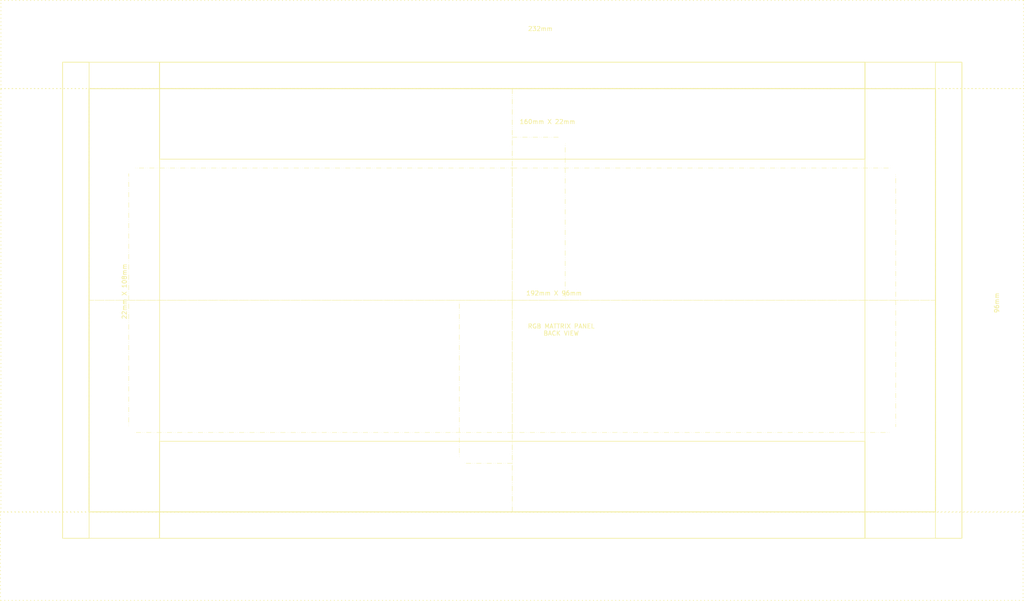
<source format=kicad_pcb>
(kicad_pcb (version 20221018) (generator pcbnew)
  (title_block (date "2023-08-17"))
  (layers (0 "F.Cu" signal) (31 "B.Cu" signal) (34 "B.Paste" user) (35 "F.Paste" user) (36 "B.SilkS" user "B.Silkscreen") (37 "F.SilkS" user "F.Silkscreen") (38 "B.Mask" user) (39 "F.Mask" user) (44 "Edge.Cuts" user))
  (net 0 "")
  (footprint "MountingHole:MountingHole_2.5mm" (layer "F.Cu") (at 150 71.2)
    (fp_text reference "REF**" hide)
    (fp_text value "MountingHole_2.5mm")
    (pad "" np_thru_hole circle (at 0 0) (size 2.5 2.5) (drill 2.5) (layers "*.Cu" "*.Mask"))
  )
  (footprint "MountingHole:MountingHole_2.5mm" (layer "F.Cu") (at 51 138.2)
    (fp_text reference "REF**" hide)
    (fp_text value "MountingHole_2.5mm")
    (pad "" np_thru_hole circle (at 0 0) (size 2.5 2.5) (drill 2.5) (layers "*.Cu" "*.Mask"))
  )
  (footprint "MountingHole:MountingHole_2.5mm" (layer "F.Cu") (at 225 138.2)
    (fp_text reference "REF**" hide)
    (fp_text value "MountingHole_2.5mm")
    (pad "" np_thru_hole circle (at 0 0) (size 2.5 2.5) (drill 2.5) (layers "*.Cu" "*.Mask"))
  )
  (footprint "MountingHole:MountingHole_2.5mm" (layer "F.Cu") (at 126 145.2)
    (fp_text reference "REF**" hide)
    (fp_text value "MountingHole_2.5mm")
    (pad "" np_thru_hole circle (at 0 0) (size 2.5 2.5) (drill 2.5) (layers "*.Cu" "*.Mask"))
  )
  (footprint "MountingHole:MountingHole_2.5mm" (layer "F.Cu") (at 225 78.2)
    (fp_text reference "REF**" hide)
    (fp_text value "MountingHole_2.5mm")
    (pad "" np_thru_hole circle (at 0 0) (size 2.5 2.5) (drill 2.5) (layers "*.Cu" "*.Mask"))
  )
  (footprint "MountingHole:MountingHole_2.5mm" (layer "F.Cu") (at 51 78.2)
    (fp_text reference "REF**" hide)
    (fp_text value "MountingHole_2.5mm")
    (pad "" np_thru_hole circle (at 0 0) (size 2.5 2.5) (drill 2.5) (layers "*.Cu" "*.Mask"))
  )
  (gr_rect (start 234 54.21664) (end 240 162.21664) (stroke (width 0.15)) (fill none) (layer "F.SilkS"))
  (gr_rect (start 218 162.21664) (end 58 140.21664) (stroke (width 0.15)) (fill none) (layer "F.SilkS"))
  (gr_rect (start 42 108.21664) (end 138 156.21664) (stroke (width 0.1) (type dash_dot_dot)) (fill none) (layer "F.SilkS"))
  (gr_rect (start 234 60.2) (end 254 156.2) (stroke (width 0.2) (type dot)) (fill none) (layer "F.SilkS"))
  (gr_rect (start 58 162.21664) (end 36 54.21664) (stroke (width 0.15)) (fill none) (layer "F.SilkS"))
  (gr_rect (start 218 162.21664) (end 58 156.21664) (stroke (width 0.15)) (fill none) (layer "F.SilkS"))
  (gr_rect (start 51 108.21664) (end 138 138.21664) (stroke (width 0.1) (type dash_dot_dot)) (fill none) (layer "F.SilkS"))
  (gr_rect (start 42 60.21664) (end 138 108.21664) (stroke (width 0.1) (type dash_dot_dot)) (fill none) (layer "F.SilkS"))
  (gr_rect (start 138 78.21664) (end 225 108.21664) (stroke (width 0.1) (type dash_dot_dot)) (fill none) (layer "F.SilkS"))
  (gr_rect (start 58 54.21664) (end 218 60.21664) (stroke (width 0.15)) (fill none) (layer "F.SilkS"))
  (gr_rect (start 22 40.2) (end 254 60.2) (stroke (width 0.2) (type dot)) (fill none) (layer "F.SilkS"))
  (gr_rect (start 21.885163 156.3) (end 253.885163 176.3) (stroke (width 0.2) (type dot)) (fill none) (layer "F.SilkS"))
  (gr_rect (start 126 108.21664) (end 138 145.21664) (stroke (width 0.1) (type dash_dot_dot)) (fill none) (layer "F.SilkS"))
  (gr_rect (start 22 60.2) (end 42 156.2) (stroke (width 0.2) (type dot)) (fill none) (layer "F.SilkS"))
  (gr_rect (start 138 108.21664) (end 225 138.21664) (stroke (width 0.1) (type dash_dot_dot)) (fill none) (layer "F.SilkS"))
  (gr_rect (start 42 162.21664) (end 36 54.21664) (stroke (width 0.15)) (fill none) (layer "F.SilkS"))
  (gr_rect (start 138 108.21664) (end 234 156.21664) (stroke (width 0.1) (type dash_dot_dot)) (fill none) (layer "F.SilkS"))
  (gr_rect (start 58 54.21664) (end 218 76.21664) (stroke (width 0.15)) (fill none) (layer "F.SilkS"))
  (gr_rect (start 138 60.21664) (end 234 108.21664) (stroke (width 0.1) (type dash_dot_dot)) (fill none) (layer "F.SilkS"))
  (gr_rect (start 51 78.21664) (end 138 108.21664) (stroke (width 0.1) (type dash_dot_dot)) (fill none) (layer "F.SilkS"))
  (gr_rect locked (start 42 156.21664) (end 234 60.21664) (stroke (width 0.2)) (fill none) (layer "F.SilkS"))
  (gr_rect (start 138 71.21664) (end 150 108.21664) (stroke (width 0.1) (type dash_dot_dot)) (fill none) (layer "F.SilkS"))
  (gr_rect (start 218 54.21664) (end 240 162.21664) (stroke (width 0.15)) (fill none) (layer "F.SilkS"))
  (gr_text "192mm X 96mm" (at 141.085163 107.2) (layer "F.SilkS") (effects (font (size 1 1)) (justify left bottom)))
  (gr_text "232mm" (at 141.5 47.2) (layer "F.SilkS") (effects (font (size 1 1)) (justify left bottom)))
  (gr_text "160mm X 22mm" (at 139.6 68.3) (layer "F.SilkS") (effects (font (size 1 1)) (justify left bottom)))
  (gr_text "22mm X 108mm" (at 50.6 112.6 90) (layer "F.SilkS") (effects (font (size 1 1)) (justify left bottom)))
  (gr_text "96mm" (at 248.5 111.2 90) (layer "F.SilkS") (effects (font (size 1 1)) (justify left bottom)))
  (gr_text "RGB MATTRIX PANEL\nBACK VIEW" (at 149.1 116.3) (layer "F.SilkS") (effects (font (size 1 1)) (justify bottom)))
)
</source>
